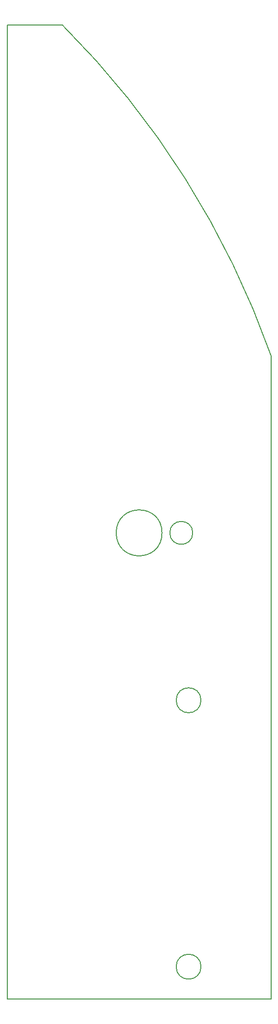
<source format=gbr>
%TF.GenerationSoftware,KiCad,Pcbnew,(6.0.9)*%
%TF.CreationDate,2023-04-01T15:42:22-08:00*%
%TF.ProjectId,SPIN RCV PANEL,5350494e-2052-4435-9620-50414e454c2e,3*%
%TF.SameCoordinates,Original*%
%TF.FileFunction,Profile,NP*%
%FSLAX46Y46*%
G04 Gerber Fmt 4.6, Leading zero omitted, Abs format (unit mm)*
G04 Created by KiCad (PCBNEW (6.0.9)) date 2023-04-01 15:42:22*
%MOMM*%
%LPD*%
G01*
G04 APERTURE LIST*
%TA.AperFunction,Profile*%
%ADD10C,0.200000*%
%TD*%
G04 APERTURE END LIST*
D10*
X126172410Y-108807104D02*
G75*
G03*
X126172410Y-108807104I-3968750J0D01*
G01*
X145063658Y-78200106D02*
G75*
G03*
X108868660Y-21050104I-143636938J-50933304D01*
G01*
X99343660Y-21050104D02*
X99343660Y-189325104D01*
X131489152Y-108807104D02*
G75*
G03*
X131489152Y-108807104I-1984375J0D01*
G01*
X132928810Y-183742358D02*
G75*
G03*
X132928810Y-183742358I-2152650J0D01*
G01*
X108868660Y-21050104D02*
X99343660Y-21050104D01*
X132928810Y-137717559D02*
G75*
G03*
X132928810Y-137717559I-2152650J0D01*
G01*
X99343660Y-189325104D02*
X145063660Y-189325104D01*
X145063660Y-189325104D02*
X145063660Y-78200104D01*
M02*

</source>
